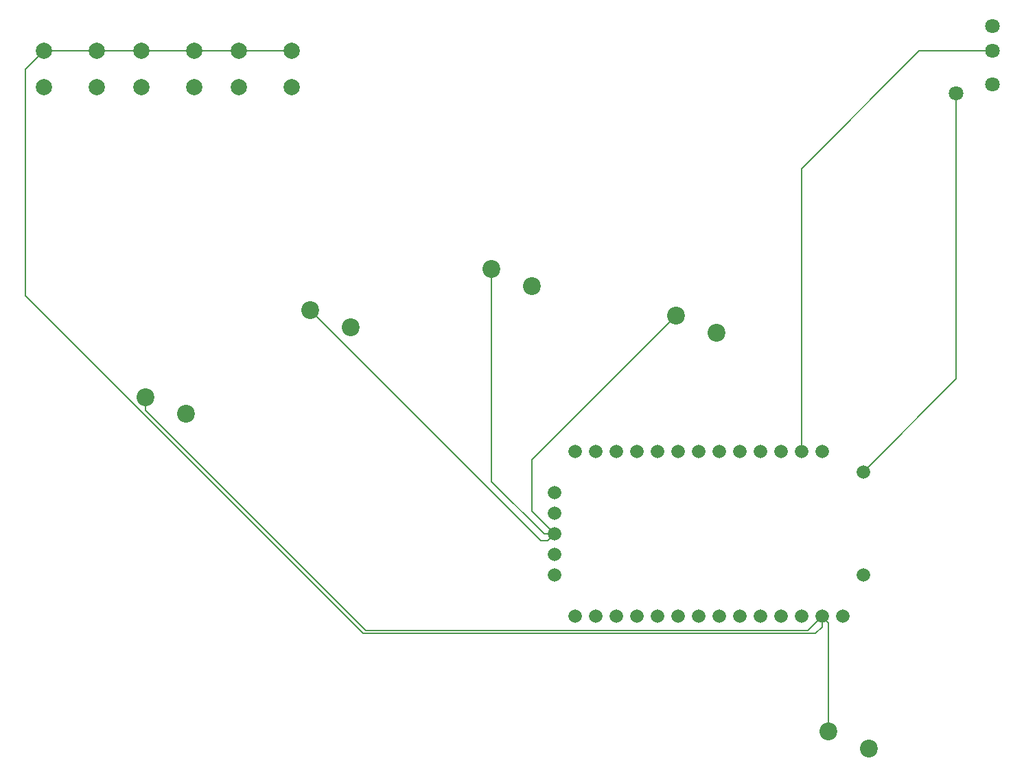
<source format=gbr>
G04 #@! TF.GenerationSoftware,KiCad,Pcbnew,8.0.2*
G04 #@! TF.CreationDate,2024-05-28T17:16:42+09:00*
G04 #@! TF.ProjectId,LLv2_L,4c4c7632-5f4c-42e6-9b69-6361645f7063,rev?*
G04 #@! TF.SameCoordinates,Original*
G04 #@! TF.FileFunction,Copper,L2,Bot*
G04 #@! TF.FilePolarity,Positive*
%FSLAX46Y46*%
G04 Gerber Fmt 4.6, Leading zero omitted, Abs format (unit mm)*
G04 Created by KiCad (PCBNEW 8.0.2) date 2024-05-28 17:16:42*
%MOMM*%
%LPD*%
G01*
G04 APERTURE LIST*
G04 #@! TA.AperFunction,ComponentPad*
%ADD10C,2.000000*%
G04 #@! TD*
G04 #@! TA.AperFunction,ComponentPad*
%ADD11C,1.665000*%
G04 #@! TD*
G04 #@! TA.AperFunction,ComponentPad*
%ADD12C,2.200000*%
G04 #@! TD*
G04 #@! TA.AperFunction,ComponentPad*
%ADD13C,1.800000*%
G04 #@! TD*
G04 #@! TA.AperFunction,Conductor*
%ADD14C,0.200000*%
G04 #@! TD*
G04 APERTURE END LIST*
D10*
G04 #@! TO.P,Home,1,1*
G04 #@! TO.N,Net-(IC1-GND_3)*
X5250000Y-6250000D03*
X11750000Y-6250000D03*
G04 #@! TO.P,Home,2,2*
G04 #@! TO.N,Net-(IC1-10)*
X5250000Y-10750000D03*
X11750000Y-10750000D03*
G04 #@! TD*
D11*
G04 #@! TO.P,IC1,1,GND_1*
G04 #@! TO.N,Net-(IC1-GND_1)*
X106270000Y-58270000D03*
G04 #@! TO.P,IC1,2,0*
G04 #@! TO.N,Net-(IC1-0)*
X101190000Y-55730000D03*
G04 #@! TO.P,IC1,3,1*
G04 #@! TO.N,Net-(IC1-1)*
X98650000Y-55730000D03*
G04 #@! TO.P,IC1,4,2*
G04 #@! TO.N,unconnected-(IC1-2-Pad4)*
X96110000Y-55730000D03*
G04 #@! TO.P,IC1,5,3*
G04 #@! TO.N,unconnected-(IC1-3-Pad5)*
X93570000Y-55730000D03*
G04 #@! TO.P,IC1,6,4*
G04 #@! TO.N,unconnected-(IC1-4-Pad6)*
X91030000Y-55730000D03*
G04 #@! TO.P,IC1,7,5*
G04 #@! TO.N,unconnected-(IC1-5-Pad7)*
X88490000Y-55730000D03*
G04 #@! TO.P,IC1,8,6*
G04 #@! TO.N,Net-(IC1-6)*
X85950000Y-55730000D03*
G04 #@! TO.P,IC1,9,7*
G04 #@! TO.N,Net-(IC1-7)*
X83410000Y-55730000D03*
G04 #@! TO.P,IC1,10,8*
G04 #@! TO.N,Net-(IC1-8)*
X80870000Y-55730000D03*
G04 #@! TO.P,IC1,11,9*
G04 #@! TO.N,Net-(IC1-9)*
X78330000Y-55730000D03*
G04 #@! TO.P,IC1,12,10*
G04 #@! TO.N,Net-(IC1-10)*
X75790000Y-55730000D03*
G04 #@! TO.P,IC1,13,11*
G04 #@! TO.N,Net-(IC1-11)*
X73250000Y-55730000D03*
G04 #@! TO.P,IC1,14,12*
G04 #@! TO.N,Net-(IC1-12)*
X70710000Y-55730000D03*
G04 #@! TO.P,IC1,15,VBAT*
G04 #@! TO.N,unconnected-(IC1-VBAT-Pad15)*
X68170000Y-60810000D03*
G04 #@! TO.P,IC1,16,3.3V*
G04 #@! TO.N,unconnected-(IC1-3.3V-Pad16)*
X68170000Y-63350000D03*
G04 #@! TO.P,IC1,17,GND_2*
G04 #@! TO.N,Net-(IC1-GND_2)*
X68170000Y-65890000D03*
G04 #@! TO.P,IC1,18,PROGRAM*
G04 #@! TO.N,unconnected-(IC1-PROGRAM-Pad18)*
X68170000Y-68430000D03*
G04 #@! TO.P,IC1,19,ON/OFF*
G04 #@! TO.N,unconnected-(IC1-ON{slash}OFF-Pad19)*
X68170000Y-70970000D03*
G04 #@! TO.P,IC1,20,13*
G04 #@! TO.N,unconnected-(IC1-13-Pad20)*
X70710000Y-76050000D03*
G04 #@! TO.P,IC1,21,14*
G04 #@! TO.N,unconnected-(IC1-14-Pad21)*
X73250000Y-76050000D03*
G04 #@! TO.P,IC1,22,15*
G04 #@! TO.N,unconnected-(IC1-15-Pad22)*
X75790000Y-76050000D03*
G04 #@! TO.P,IC1,23,16*
G04 #@! TO.N,unconnected-(IC1-16-Pad23)*
X78330000Y-76050000D03*
G04 #@! TO.P,IC1,24,17*
G04 #@! TO.N,unconnected-(IC1-17-Pad24)*
X80870000Y-76050000D03*
G04 #@! TO.P,IC1,25,18*
G04 #@! TO.N,unconnected-(IC1-18-Pad25)*
X83410000Y-76050000D03*
G04 #@! TO.P,IC1,26,19*
G04 #@! TO.N,unconnected-(IC1-19-Pad26)*
X85950000Y-76050000D03*
G04 #@! TO.P,IC1,27,20*
G04 #@! TO.N,unconnected-(IC1-20-Pad27)*
X88490000Y-76050000D03*
G04 #@! TO.P,IC1,28,21*
G04 #@! TO.N,unconnected-(IC1-21-Pad28)*
X91030000Y-76050000D03*
G04 #@! TO.P,IC1,29,22*
G04 #@! TO.N,unconnected-(IC1-22-Pad29)*
X93570000Y-76050000D03*
G04 #@! TO.P,IC1,30,23*
G04 #@! TO.N,Net-(IC1-23)*
X96110000Y-76050000D03*
G04 #@! TO.P,IC1,31,3.3V(250_MA_MAX)*
G04 #@! TO.N,unconnected-(IC1-3.3V(250_MA_MAX)-Pad31)*
X98650000Y-76050000D03*
G04 #@! TO.P,IC1,32,GND_3*
G04 #@! TO.N,Net-(IC1-GND_3)*
X101190000Y-76050000D03*
G04 #@! TO.P,IC1,33,VIN_(3.6_TO_5.5_VOLTS)*
G04 #@! TO.N,Net-(IC1-VIN_(3.6_TO_5.5_VOLTS))*
X103730000Y-76050000D03*
G04 #@! TO.P,IC1,34,GND_4*
G04 #@! TO.N,unconnected-(IC1-GND_4-Pad34)*
X106270000Y-70970000D03*
G04 #@! TD*
D12*
G04 #@! TO.P,\u2191,1,1*
G04 #@! TO.N,Net-(IC1-23)*
X107000000Y-92400000D03*
G04 #@! TO.P,\u2191,2,2*
G04 #@! TO.N,Net-(IC1-GND_3)*
X102000000Y-90300000D03*
G04 #@! TD*
G04 #@! TO.P,\u2192,1,1*
G04 #@! TO.N,Net-(IC1-6)*
X88188666Y-41082888D03*
G04 #@! TO.P,\u2192,2,2*
G04 #@! TO.N,Net-(IC1-GND_2)*
X83188666Y-38982888D03*
G04 #@! TD*
G04 #@! TO.P,\u2190,1,1*
G04 #@! TO.N,Net-(IC1-11)*
X43073178Y-40375310D03*
G04 #@! TO.P,\u2190,2,2*
G04 #@! TO.N,Net-(IC1-GND_2)*
X38073178Y-38275310D03*
G04 #@! TD*
G04 #@! TO.P,\u2193,1,1*
G04 #@! TO.N,Net-(IC1-7)*
X65429057Y-35293440D03*
G04 #@! TO.P,\u2193,2,2*
G04 #@! TO.N,Net-(IC1-GND_2)*
X60429057Y-33193440D03*
G04 #@! TD*
D13*
G04 #@! TO.P,J1,R1*
G04 #@! TO.N,Net-(IC1-1)*
X122250000Y-6300000D03*
G04 #@! TO.P,J1,R2*
G04 #@! TO.N,Net-(IC1-0)*
X122250000Y-10400000D03*
G04 #@! TO.P,J1,S*
G04 #@! TO.N,Net-(IC1-GND_1)*
X117750000Y-11500000D03*
G04 #@! TO.P,J1,T*
G04 #@! TO.N,Net-(IC1-VIN_(3.6_TO_5.5_VOLTS))*
X122250000Y-3200000D03*
G04 #@! TD*
D10*
G04 #@! TO.P,Menu,1,1*
G04 #@! TO.N,Net-(IC1-GND_3)*
X29250000Y-6250000D03*
X35750000Y-6250000D03*
G04 #@! TO.P,Menu,2,2*
G04 #@! TO.N,Net-(IC1-8)*
X29250000Y-10750000D03*
X35750000Y-10750000D03*
G04 #@! TD*
D12*
G04 #@! TO.P,L3,1,1*
G04 #@! TO.N,Net-(IC1-12)*
X22729210Y-51105121D03*
G04 #@! TO.P,L3,2,2*
G04 #@! TO.N,Net-(IC1-GND_3)*
X17729210Y-49005121D03*
G04 #@! TD*
D10*
G04 #@! TO.P,Start,1,1*
G04 #@! TO.N,Net-(IC1-GND_3)*
X17250000Y-6250000D03*
X23750000Y-6250000D03*
G04 #@! TO.P,Start,2,2*
G04 #@! TO.N,Net-(IC1-9)*
X17250000Y-10750000D03*
X23750000Y-10750000D03*
G04 #@! TD*
D14*
G04 #@! TO.N,Net-(IC1-GND_2)*
X60429057Y-33193440D02*
X60429057Y-59429057D01*
X66890000Y-65890000D02*
X68170000Y-65890000D01*
X68170000Y-65890000D02*
X65400000Y-63120000D01*
X67360000Y-66700000D02*
X68170000Y-65890000D01*
X38073178Y-38275310D02*
X66497868Y-66700000D01*
X65400000Y-63120000D02*
X65400000Y-57900000D01*
X66497868Y-66700000D02*
X67360000Y-66700000D01*
X83188666Y-38982888D02*
X65400000Y-56771554D01*
X60429057Y-59429057D02*
X66890000Y-65890000D01*
X65400000Y-56771554D02*
X65400000Y-57900000D01*
G04 #@! TO.N,Net-(IC1-GND_1)*
X117750000Y-11500000D02*
X117750000Y-46790000D01*
X117750000Y-46790000D02*
X106270000Y-58270000D01*
G04 #@! TO.N,Net-(IC1-1)*
X98650000Y-55730000D02*
X98650000Y-20850000D01*
X98650000Y-20850000D02*
X113200000Y-6300000D01*
X122250000Y-6300000D02*
X113200000Y-6300000D01*
G04 #@! TO.N,Net-(IC1-GND_3)*
X101190000Y-77410000D02*
X100400000Y-78200000D01*
X101190000Y-76050000D02*
X101190000Y-77410000D01*
X35750000Y-6250000D02*
X5250000Y-6250000D01*
X2900000Y-8600000D02*
X5250000Y-6250000D01*
X102000000Y-90300000D02*
X102000000Y-76860000D01*
X100400000Y-78200000D02*
X44600000Y-78200000D01*
X99440000Y-77800000D02*
X101190000Y-76050000D01*
X44600000Y-78200000D02*
X2900000Y-36500000D01*
X17729210Y-50629210D02*
X44900000Y-77800000D01*
X102000000Y-76860000D02*
X101190000Y-76050000D01*
X2900000Y-36500000D02*
X2900000Y-8600000D01*
X17729210Y-49005121D02*
X17729210Y-50629210D01*
X44900000Y-77800000D02*
X99440000Y-77800000D01*
G04 #@! TD*
M02*

</source>
